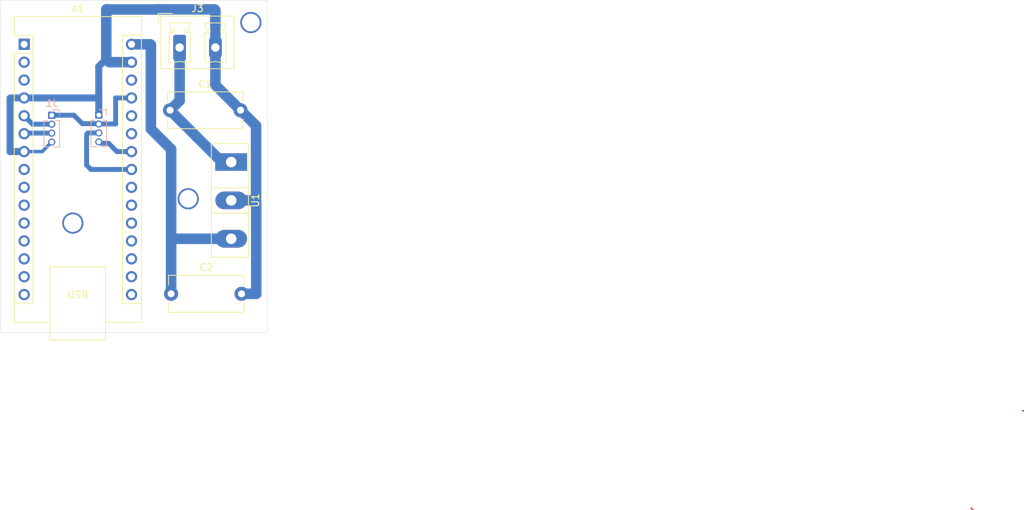
<source format=kicad_pcb>
(kicad_pcb (version 20240108) (generator "pcbnew") (generator_version "8.0")
  (layers (0 "F.Cu" signal) (31 "B.Cu" signal) (34 "B.Paste" user) (35 "F.Paste" user) (36 "B.SilkS" user "B.Silkscreen") (37 "F.SilkS" user "F.Silkscreen") (38 "B.Mask" user) (39 "F.Mask" user) (44 "Edge.Cuts" user))
  (net 0 "")
  (net 1 "D3")
  (net 5 "GND")
  (net 6 "5V")
  (net 13 "D2")
  (net 14 "Vin")
  (net 15 "A4")
  (net 16 "A5")
  (net 29 "Vgiriş")
  (footprint "Capacitor_THT:C_Disc_D10.5mm_W5.0mm_P10.00mm" (layer "F.Cu") (at 24.0918 15.663)
    (property "Reference" "C1" (at 5 -3.75 0) (layer "F.SilkS"))
    (property "Value" "C")
    (fp_line (start -0.37 -2.62) (end -0.37 -1.256) (stroke (width 0.12)) (layer "F.SilkS"))
    (fp_line (start -0.37 -2.62) (end 10.37 -2.62) (stroke (width 0.12)) (layer "F.SilkS"))
    (fp_line (start -0.37 1.256) (end -0.37 2.62) (stroke (width 0.12)) (layer "F.SilkS"))
    (fp_line (start -0.37 2.62) (end 10.37 2.62) (stroke (width 0.12)) (layer "F.SilkS"))
    (fp_line (start 10.37 -2.62) (end 10.37 -1.256) (stroke (width 0.12)) (layer "F.SilkS"))
    (fp_line (start 10.37 1.256) (end 10.37 2.62) (stroke (width 0.12)) (layer "F.SilkS"))
    (pad "1" thru_hole circle (at 0 0) (size 2 2) (drill 1) (layers "*.Cu" "*.Mask") (net 29 "Vgiriş"))
    (pad "2" thru_hole circle (at 10 0) (size 2 2) (drill 1) (layers "*.Cu" "*.Mask") (net 5 "GND"))
  )
  (footprint "Capacitor_THT:C_Disc_D10.5mm_W5.0mm_P10.00mm" (layer "F.Cu") (at 24.2404 41.7488)
    (property "Reference" "C2" (at 5 -3.75 360) (layer "F.SilkS"))
    (property "Value" "C")
    (fp_line (start -0.37 -2.62) (end -0.37 -1.256) (stroke (width 0.12)) (layer "F.SilkS"))
    (fp_line (start -0.37 -2.62) (end 10.37 -2.62) (stroke (width 0.12)) (layer "F.SilkS"))
    (fp_line (start -0.37 1.256) (end -0.37 2.62) (stroke (width 0.12)) (layer "F.SilkS"))
    (fp_line (start -0.37 2.62) (end 10.37 2.62) (stroke (width 0.12)) (layer "F.SilkS"))
    (fp_line (start 10.37 -2.62) (end 10.37 -1.256) (stroke (width 0.12)) (layer "F.SilkS"))
    (fp_line (start 10.37 1.256) (end 10.37 2.62) (stroke (width 0.12)) (layer "F.SilkS"))
    (pad "1" thru_hole circle (at 0 0) (size 2 2) (drill 1) (layers "*.Cu" "*.Mask") (net 14 "Vin"))
    (pad "2" thru_hole circle (at 10 0) (size 2 2) (drill 1) (layers "*.Cu" "*.Mask") (net 5 "GND"))
  )
  (footprint "Module:Arduino_Nano" (layer "F.Cu") (at 3.3782 6.2992)
    (property "Reference" "A1" (at 7.62 -5.08 0) (layer "F.SilkS"))
    (property "Value" "Arduino_Nano_v3.x")
    (fp_line (start -1.4 -3.94) (end -1.4 -1.27) (stroke (width 0.12)) (layer "F.SilkS"))
    (fp_line (start -1.4 1.27) (end -1.4 39.5) (stroke (width 0.12)) (layer "F.SilkS"))
    (fp_line (start -1.4 39.5) (end 3.68 39.5) (stroke (width 0.12)) (layer "F.SilkS"))
    (fp_line (start 1.27 -1.27) (end -1.4 -1.27) (stroke (width 0.12)) (layer "F.SilkS"))
    (fp_line (start 1.27 1.27) (end -1.4 1.27) (stroke (width 0.12)) (layer "F.SilkS"))
    (fp_line (start 1.27 1.27) (end 1.27 -1.27) (stroke (width 0.12)) (layer "F.SilkS"))
    (fp_line (start 1.27 1.27) (end 1.27 36.83) (stroke (width 0.12)) (layer "F.SilkS"))
    (fp_line (start 1.27 36.83) (end -1.4 36.83) (stroke (width 0.12)) (layer "F.SilkS"))
    (fp_line (start 3.68 31.62) (end 11.56 31.62) (stroke (width 0.12)) (layer "F.SilkS"))
    (fp_line (start 3.68 42.04) (end 3.68 31.62) (stroke (width 0.12)) (layer "F.SilkS"))
    (fp_line (start 11.56 31.62) (end 11.56 42.04) (stroke (width 0.12)) (layer "F.SilkS"))
    (fp_line (start 11.56 42.04) (end 3.68 42.04) (stroke (width 0.12)) (layer "F.SilkS"))
    (fp_line (start 13.97 -1.27) (end 13.97 36.83) (stroke (width 0.12)) (layer "F.SilkS"))
    (fp_line (start 13.97 -1.27) (end 16.64 -1.27) (stroke (width 0.12)) (layer "F.SilkS"))
    (fp_line (start 13.97 36.83) (end 16.64 36.83) (stroke (width 0.12)) (layer "F.SilkS"))
    (fp_line (start 16.64 -3.94) (end -1.4 -3.94) (stroke (width 0.12)) (layer "F.SilkS"))
    (fp_line (start 16.64 39.5) (end 11.56 39.5) (stroke (width 0.12)) (layer "F.SilkS"))
    (fp_line (start 16.64 39.5) (end 16.64 -3.94) (stroke (width 0.12)) (layer "F.SilkS"))
    (fp_text user "USB" (at 7.62 35.56 0) (layer "F.SilkS"))
    (pad "1" thru_hole rect (at 0 0) (size 1.6 1.6) (drill 1) (layers "*.Cu" "*.Mask"))
    (pad "2" thru_hole oval (at 0 2.54) (size 1.6 1.6) (drill 1) (layers "*.Cu" "*.Mask"))
    (pad "3" thru_hole oval (at 0 5.08) (size 1.6 1.6) (drill 1) (layers "*.Cu" "*.Mask"))
    (pad "4" thru_hole oval (at 0 7.62) (size 1.6 1.6) (drill 1) (layers "*.Cu" "*.Mask") (net 5 "GND"))
    (pad "5" thru_hole oval (at 0 10.16) (size 1.6 1.6) (drill 1) (layers "*.Cu" "*.Mask") (net 1 "D3"))
    (pad "6" thru_hole oval (at 0 12.7) (size 1.6 1.6) (drill 1) (layers "*.Cu" "*.Mask") (net 13 "D2"))
    (pad "7" thru_hole oval (at 0 15.24) (size 1.6 1.6) (drill 1) (layers "*.Cu" "*.Mask") (net 5 "GND"))
    (pad "8" thru_hole oval (at 0 17.78) (size 1.6 1.6) (drill 1) (layers "*.Cu" "*.Mask"))
    (pad "9" thru_hole oval (at 0 20.32) (size 1.6 1.6) (drill 1) (layers "*.Cu" "*.Mask"))
    (pad "10" thru_hole oval (at 0 22.86) (size 1.6 1.6) (drill 1) (layers "*.Cu" "*.Mask"))
    (pad "11" thru_hole oval (at 0 25.4) (size 1.6 1.6) (drill 1) (layers "*.Cu" "*.Mask"))
    (pad "12" thru_hole oval (at 0 27.94) (size 1.6 1.6) (drill 1) (layers "*.Cu" "*.Mask"))
    (pad "13" thru_hole oval (at 0 30.48) (size 1.6 1.6) (drill 1) (layers "*.Cu" "*.Mask"))
    (pad "14" thru_hole oval (at 0 33.02) (size 1.6 1.6) (drill 1) (layers "*.Cu" "*.Mask"))
    (pad "15" thru_hole oval (at 0 35.56) (size 1.6 1.6) (drill 1) (layers "*.Cu" "*.Mask"))
    (pad "16" thru_hole oval (at 15.24 35.56) (size 1.6 1.6) (drill 1) (layers "*.Cu" "*.Mask"))
    (pad "17" thru_hole oval (at 15.24 33.02) (size 1.6 1.6) (drill 1) (layers "*.Cu" "*.Mask"))
    (pad "18" thru_hole oval (at 15.24 30.48) (size 1.6 1.6) (drill 1) (layers "*.Cu" "*.Mask"))
    (pad "19" thru_hole oval (at 15.24 27.94) (size 1.6 1.6) (drill 1) (layers "*.Cu" "*.Mask"))
    (pad "20" thru_hole oval (at 15.24 25.4) (size 1.6 1.6) (drill 1) (layers "*.Cu" "*.Mask"))
    (pad "21" thru_hole oval (at 15.24 22.86) (size 1.6 1.6) (drill 1) (layers "*.Cu" "*.Mask"))
    (pad "22" thru_hole oval (at 15.24 20.32) (size 1.6 1.6) (drill 1) (layers "*.Cu" "*.Mask"))
    (pad "23" thru_hole oval (at 15.24 17.78) (size 1.6 1.6) (drill 1) (layers "*.Cu" "*.Mask") (net 15 "A4"))
    (pad "24" thru_hole oval (at 15.24 15.24) (size 1.6 1.6) (drill 1) (layers "*.Cu" "*.Mask") (net 16 "A5"))
    (pad "25" thru_hole oval (at 15.24 12.7) (size 1.6 1.6) (drill 1) (layers "*.Cu" "*.Mask"))
    (pad "26" thru_hole oval (at 15.24 10.16) (size 1.6 1.6) (drill 1) (layers "*.Cu" "*.Mask"))
    (pad "27" thru_hole oval (at 15.24 7.62) (size 1.6 1.6) (drill 1) (layers "*.Cu" "*.Mask") (net 6 "5V"))
    (pad "28" thru_hole oval (at 15.24 5.08) (size 1.6 1.6) (drill 1) (layers "*.Cu" "*.Mask"))
    (pad "29" thru_hole oval (at 15.24 2.54) (size 1.6 1.6) (drill 1) (layers "*.Cu" "*.Mask") (net 5 "GND"))
    (pad "30" thru_hole oval (at 15.24 0) (size 1.6 1.6) (drill 1) (layers "*.Cu" "*.Mask") (net 14 "Vin"))
  )
  (footprint "Connector_Phoenix_MC_HighVoltage:PhoenixContact_MCV_1,5_2-G-5.08_1x02_P5.08mm_Vertical" (layer "F.Cu") (at 25.4479 6.7535)
    (property "Reference" "J3" (at 2.54 -5.55 0) (layer "F.SilkS"))
    (property "Value" "Screw_Terminal_01x02")
    (fp_line (start -3.04 -4.85) (end -1.04 -4.85) (stroke (width 0.12)) (layer "F.SilkS"))
    (fp_line (start -3.04 -3.6) (end -3.04 -4.85) (stroke (width 0.12)) (layer "F.SilkS"))
    (fp_line (start -2.65 -4.46) (end -2.65 3.01) (stroke (width 0.12)) (layer "F.SilkS"))
    (fp_line (start -2.65 3.01) (end 7.73 3.01) (stroke (width 0.12)) (layer "F.SilkS"))
    (fp_line (start -1.5 -3.5) (end 1.5 -3.5) (stroke (width 0.12)) (layer "F.SilkS"))
    (fp_line (start -1.5 -2.15) (end -0.75 -2.15) (stroke (width 0.12)) (layer "F.SilkS"))
    (fp_line (start -1.5 2.15) (end -1.5 -2.15) (stroke (width 0.12)) (layer "F.SilkS"))
    (fp_line (start -1.25 -2.5) (end -1.5 -3.5) (stroke (width 0.12)) (layer "F.SilkS"))
    (fp_line (start -0.75 -2.5) (end -1.25 -2.5) (stroke (width 0.12)) (layer "F.SilkS"))
    (fp_line (start -0.75 -2.15) (end -0.75 -2.5) (stroke (width 0.12)) (layer "F.SilkS"))
    (fp_line (start -0.75 2.15) (end -1.5 2.15) (stroke (width 0.12)) (layer "F.SilkS"))
    (fp_line (start 0.75 -2.5) (end 0.75 -2.15) (stroke (width 0.12)) (layer "F.SilkS"))
    (fp_line (start 0.75 -2.15) (end 1.5 -2.15) (stroke (width 0.12)) (layer "F.SilkS"))
    (fp_line (start 1.25 -2.5) (end 0.75 -2.5) (stroke (width 0.12)) (layer "F.SilkS"))
    (fp_line (start 1.5 -3.5) (end 1.25 -2.5) (stroke (width 0.12)) (layer "F.SilkS"))
    (fp_line (start 1.5 -2.15) (end 1.5 2.15) (stroke (width 0.12)) (layer "F.SilkS"))
    (fp_line (start 1.5 2.15) (end 0.75 2.15) (stroke (width 0.12)) (layer "F.SilkS"))
    (fp_line (start 3.58 -3.5) (end 6.58 -3.5) (stroke (width 0.12)) (layer "F.SilkS"))
    (fp_line (start 3.58 -2.15) (end 4.33 -2.15) (stroke (width 0.12)) (layer "F.SilkS"))
    (fp_line (start 3.58 2.15) (end 3.58 -2.15) (stroke (width 0.12)) (layer "F.SilkS"))
    (fp_line (start 3.83 -2.5) (end 3.58 -3.5) (stroke (width 0.12)) (layer "F.SilkS"))
    (fp_line (start 4.33 -2.5) (end 3.83 -2.5) (stroke (width 0.12)) (layer "F.SilkS"))
    (fp_line (start 4.33 -2.15) (end 4.33 -2.5) (stroke (width 0.12)) (layer "F.SilkS"))
    (fp_line (start 4.33 2.15) (end 3.58 2.15) (stroke (width 0.12)) (layer "F.SilkS"))
    (fp_line (start 5.83 -2.5) (end 5.83 -2.15) (stroke (width 0.12)) (layer "F.SilkS"))
    (fp_line (start 5.83 -2.15) (end 6.58 -2.15) (stroke (width 0.12)) (layer "F.SilkS"))
    (fp_line (start 6.33 -2.5) (end 5.83 -2.5) (stroke (width 0.12)) (layer "F.SilkS"))
    (fp_line (start 6.58 -3.5) (end 6.33 -2.5) (stroke (width 0.12)) (layer "F.SilkS"))
    (fp_line (start 6.58 -2.15) (end 6.58 2.15) (stroke (width 0.12)) (layer "F.SilkS"))
    (fp_line (start 6.58 2.15) (end 5.83 2.15) (stroke (width 0.12)) (layer "F.SilkS"))
    (fp_line (start 7.73 -4.46) (end -2.65 -4.46) (stroke (width 0.12)) (layer "F.SilkS"))
    (fp_line (start 7.73 3.01) (end 7.73 -4.46) (stroke (width 0.12)) (layer "F.SilkS"))
    (fp_arc (start -0.75 2.15) (mid -0.000193 1.99191) (end 0.749647 2.149844) (stroke (width 0.12)) (layer "F.SilkS"))
    (fp_arc (start 4.33 2.15) (mid 5.079807 1.99191) (end 5.829647 2.149844) (stroke (width 0.12)) (layer "F.SilkS"))
    (pad "1" thru_hole roundrect (at 0 0) (size 1.8 3.6) (drill 1.2) (layers "*.Cu" "*.Mask") (roundrect_rratio 0.138889) (net 29 "Vgiriş"))
    (pad "2" thru_hole oval (at 5.08 0) (size 1.8 3.6) (drill 1.2) (layers "*.Cu" "*.Mask") (net 5 "GND"))
  )
  (footprint "Package_TO_SOT_THT:TO-247-3_Vertical" (layer "F.Cu") (at 32.771 23.029 -90)
    (property "Reference" "U1" (at 5.45 -3.45 90) (layer "F.SilkS"))
    (property "Value" "LM7805_TO220")
    (fp_line (start -2.62 2.82) (end 13.52 2.82) (stroke (width 0.12)) (layer "F.SilkS"))
    (fp_line (start -2.62 -2.451) (end -2.62 2.82) (stroke (width 0.12)) (layer "F.SilkS"))
    (fp_line (start -2.62 -2.451) (end 13.52 -2.451) (stroke (width 0.12)) (layer "F.SilkS"))
    (fp_line (start 3.646 -2.451) (end 3.646 2.82) (stroke (width 0.12)) (layer "F.SilkS"))
    (fp_line (start 7.255 -2.451) (end 7.255 2.82) (stroke (width 0.12)) (layer "F.SilkS"))
    (fp_line (start 13.52 -2.451) (end 13.52 2.82) (stroke (width 0.12)) (layer "F.SilkS"))
    (pad "1" thru_hole rect (at 0 0 270) (size 2.5 4.5) (drill 1.5) (layers "*.Cu" "*.Mask") (net 29 "Vgiriş"))
    (pad "2" thru_hole oval (at 5.45 0 270) (size 2.5 4.5) (drill 1.5) (layers "*.Cu" "*.Mask") (net 5 "GND"))
    (pad "3" thru_hole oval (at 10.9 0 270) (size 2.5 4.5) (drill 1.5) (layers "*.Cu" "*.Mask") (net 14 "Vin"))
  )
  (footprint "Connector_PinHeader_1.27mm:PinHeader_1x04_P1.27mm_Vertical" (layer "B.Cu") (at 13.975 16.3488 180)
    (property "Reference" "J2" (hide yes))
    (property "Value" "Conn_01x04_Socket" (hide yes))
    (fp_line (start 1.11 -0.76) (end 0.563471 -0.76) (stroke (width 0.12)) (layer "B.SilkS"))
    (fp_line (start 1.11 -4.505) (end 1.11 -0.76) (stroke (width 0.12)) (layer "B.SilkS"))
    (fp_line (start 1.11 -4.505) (end 0.30753 -4.505) (stroke (width 0.12)) (layer "B.SilkS"))
    (fp_line (start 0 0.76) (end -1.11 0.76) (stroke (width 0.12)) (layer "B.SilkS"))
    (fp_line (start -0.30753 -4.505) (end -1.11 -4.505) (stroke (width 0.12)) (layer "B.SilkS"))
    (fp_line (start -0.563471 -0.76) (end -1.11 -0.76) (stroke (width 0.12)) (layer "B.SilkS"))
    (fp_line (start -1.11 0.76) (end -1.11 0) (stroke (width 0.12)) (layer "B.SilkS"))
    (fp_line (start -1.11 -4.505) (end -1.11 -0.76) (stroke (width 0.12)) (layer "B.SilkS"))
    (pad "1" thru_hole rect (at 0 0 180) (size 1 1) (drill 0.65) (layers "*.Cu" "*.Mask") (net 5 "GND"))
    (pad "2" thru_hole oval (at 0 -1.27 180) (size 1 1) (drill 0.65) (layers "*.Cu" "*.Mask") (net 6 "5V"))
    (pad "3" thru_hole oval (at 0 -2.54 180) (size 1 1) (drill 0.65) (layers "*.Cu" "*.Mask") (net 15 "A4"))
    (pad "4" thru_hole oval (at 0 -3.81 180) (size 1 1) (drill 0.65) (layers "*.Cu" "*.Mask") (net 16 "A5"))
  )
  (footprint "Connector_PinHeader_1.27mm:PinHeader_1x04_P1.27mm_Vertical" (layer "B.Cu") (at 7.2948 16.3742 180)
    (property "Reference" "J1" (at 0 1.695 180) (layer "B.SilkS") (effects (justify mirror)))
    (property "Value" "Conn_01x04_Socket" (hide yes))
    (fp_line (start 1.11 -0.76) (end 0.563471 -0.76) (stroke (width 0.12)) (layer "B.SilkS"))
    (fp_line (start 1.11 -4.505) (end 1.11 -0.76) (stroke (width 0.12)) (layer "B.SilkS"))
    (fp_line (start 1.11 -4.505) (end 0.30753 -4.505) (stroke (width 0.12)) (layer "B.SilkS"))
    (fp_line (start 0 0.76) (end -1.11 0.76) (stroke (width 0.12)) (layer "B.SilkS"))
    (fp_line (start -0.30753 -4.505) (end -1.11 -4.505) (stroke (width 0.12)) (layer "B.SilkS"))
    (fp_line (start -0.563471 -0.76) (end -1.11 -0.76) (stroke (width 0.12)) (layer "B.SilkS"))
    (fp_line (start -1.11 0.76) (end -1.11 0) (stroke (width 0.12)) (layer "B.SilkS"))
    (fp_line (start -1.11 -4.505) (end -1.11 -0.76) (stroke (width 0.12)) (layer "B.SilkS"))
    (pad "1" thru_hole rect (at 0 0 180) (size 1 1) (drill 0.65) (layers "*.Cu" "*.Mask") (net 6 "5V"))
    (pad "2" thru_hole oval (at 0 -1.27 180) (size 1 1) (drill 0.65) (layers "*.Cu" "*.Mask") (net 1 "D3"))
    (pad "3" thru_hole oval (at 0 -2.54 180) (size 1 1) (drill 0.65) (layers "*.Cu" "*.Mask") (net 13 "D2"))
    (pad "4" thru_hole oval (at 0 -3.81 180) (size 1 1) (drill 0.65) (layers "*.Cu" "*.Mask") (net 5 "GND"))
  )
  (gr_rect (start -0.0254 0.0254) (end 37.9222 47.244) (stroke (width 0.05)) (fill none) (layer "Edge.Cuts"))
  (via (at 10.287 31.6992) (size 3) (drill 2.5) (layers "F.Cu" "B.Cu") (net 0))
  (via (at 35.56 3.2004) (size 0.6) (drill 0.3) (layers "F.Cu" "B.Cu") (net 0))
  (via (at 35.56 3.2004) (size 0.6) (drill 0.3) (layers "F.Cu" "B.Cu") (net 0))
  (via (at 26.67 28.2448) (size 3) (drill 2.5) (layers "F.Cu" "B.Cu") (net 0))
  (via (at 35.56 3.2004) (size 3) (drill 2.5) (layers "F.Cu" "B.Cu") (net 0))
  (segment (start 4.5632 17.6442) (end 3.3782 16.4592) (width 0.7) (layer "B.Cu") (net 1))
  (segment (start 7.2948 17.6442) (end 4.5632 17.6442) (width 0.7) (layer "B.Cu") (net 1))
  (segment (start 1.4986 13.9192) (end 3.3782 13.9192) (width 1) (layer "B.Cu") (net 5))
  (segment (start 5.9398 21.5392) (end 2.9972 21.5392) (width 0.5) (layer "B.Cu") (net 5))
  (segment (start 15.0368 8.382) (end 15.0368 1.3462) (width 1.5) (layer "B.Cu") (net 5))
  (segment (start 23.9826 1.3628) (end 22.5552 1.3628) (width 0.2) (layer "B.Cu") (net 5))
  (segment (start 13.5382 13.9192) (end 13.8088 14.1898) (width 0.2) (layer "B.Cu") (net 5))
  (segment (start 30.5279 1.4565) (end 30.5279 6.7535) (width 1.5) (layer "B.Cu") (net 5))
  (segment (start 7.2948 20.1842) (end 5.9398 21.5392) (width 0.5) (layer "B.Cu") (net 5))
  (segment (start 18.6182 8.8392) (end 15.494 8.8392) (width 1.5) (layer "B.Cu") (net 5))
  (segment (start 36.2 17.7712) (end 36.3016 17.8728) (width 1) (layer "B.Cu") (net 5))
  (segment (start 30.5279 6.7535) (end 30.5279 12.0991) (width 1.5) (layer "B.Cu") (net 5))
  (segment (start 13.97 9.4488) (end 13.97 14.1848) (width 1) (layer "B.Cu") (net 5))
  (segment (start 15.0368 8.382) (end 13.97 9.4488) (width 1) (layer "B.Cu") (net 5))
  (segment (start 1.4732 13.9446) (end 1.4986 13.9192) (width 0.2) (layer "B.Cu") (net 5))
  (segment (start 36.2 28.7948) (end 35.8842 28.479) (width 0.2) (layer "B.Cu") (net 5))
  (segment (start 3.3782 13.9192) (end 13.5382 13.9192) (width 1) (layer "B.Cu") (net 5))
  (segment (start 34.0918 15.663) (end 36.2 17.7712) (width 1.5) (layer "B.Cu") (net 5))
  (segment (start 22.5552 1.3628) (end 22.0522 1.3628) (width 0.2) (layer "B.Cu") (net 5))
  (segment (start 35.8842 28.479) (end 32.771 28.479) (width 1.5) (layer "B.Cu") (net 5))
  (segment (start 22.0268 1.3374) (end 30.4088 1.3374) (width 1.5) (layer "B.Cu") (net 5))
  (segment (start 36.3016 28.6932) (end 36.2 28.7948) (width 1) (layer "B.Cu") (net 5))
  (segment (start 13.8088 14.1898) (end 13.975 14.1898) (width 0.2) (layer "B.Cu") (net 5))
  (segment (start 36.2906 28.479) (end 36.5302 28.7186) (width 0.2) (layer "B.Cu") (net 5))
  (segment (start 1.3716 13.9446) (end 1.4732 13.9446) (width 0.2) (layer "B.Cu") (net 5))
  (segment (start 1.3716 21.5392) (end 1.3716 13.9446) (width 1) (layer "B.Cu") (net 5))
  (segment (start 32.771 28.479) (end 36.2906 28.479) (width 0.2) (layer "B.Cu") (net 5))
  (segment (start 36.327 41.7488) (end 34.2404 41.7488) (width 1.5) (layer "B.Cu") (net 5))
  (segment (start 36.327 28.9218) (end 36.327 41.7488) (width 1.5) (layer "B.Cu") (net 5))
  (segment (start 13.97 14.1848) (end 13.975 14.1898) (width 1) (layer "B.Cu") (net 5))
  (segment (start 15.0368 1.3462) (end 22.5386 1.3462) (width 1.5) (layer "B.Cu") (net 5))
  (segment (start 15.494 8.8392) (end 15.0368 8.382) (width 1.5) (layer "B.Cu") (net 5))
  (segment (start 36.5302 28.7186) (end 36.327 28.9218) (width 0.2) (layer "B.Cu") (net 5))
  (segment (start 22.0522 1.3628) (end 22.0268 1.3374) (width 0.2) (layer "B.Cu") (net 5))
  (segment (start 36.3016 17.8728) (end 36.3016 28.6932) (width 1.5) (layer "B.Cu") (net 5))
  (segment (start 30.4088 1.3374) (end 30.5279 1.4565) (width 0.2) (layer "B.Cu") (net 5))
  (segment (start 30.5279 12.0991) (end 34.0918 15.663) (width 1.5) (layer "B.Cu") (net 5))
  (segment (start 2.9972 21.5392) (end 1.3716 21.5392) (width 1) (layer "B.Cu") (net 5))
  (segment (start 22.5386 1.3462) (end 22.5552 1.3628) (width 0.5) (layer "B.Cu") (net 5))
  (segment (start 13.975 16.3488) (end 13.975 14.1898) (width 1) (layer "B.Cu") (net 5))
  (segment (start 10.4444 16.3742) (end 11.6382 17.568) (width 0.7) (layer "B.Cu") (net 6))
  (segment (start 16.3626 13.9192) (end 16.3626 17.6188) (width 0.7) (layer "B.Cu") (net 6))
  (segment (start 18.6182 13.9192) (end 16.3626 13.9192) (width 0.7) (layer "B.Cu") (net 6))
  (segment (start 16.3626 17.6188) (end 13.975 17.6188) (width 0.7) (layer "B.Cu") (net 6))
  (segment (start 7.2948 16.3742) (end 10.4444 16.3742) (width 0.7) (layer "B.Cu") (net 6))
  (segment (start 11.6382 17.568) (end 13.9242 17.568) (width 0.7) (layer "B.Cu") (net 6))
  (segment (start 13.9242 17.568) (end 13.975 17.6188) (width 0.2) (layer "B.Cu") (net 6))
  (segment (start 3.4632 18.9142) (end 3.3782 18.9992) (width 0.2) (layer "B.Cu") (net 13))
  (segment (start 7.2948 18.9142) (end 3.4632 18.9142) (width 0.7) (layer "B.Cu") (net 13))
  (segment (start 145.1494 58.3438) (end 145.2168 58.4112) (width 0.2) (layer "F.Cu") (net 14))
  (segment (start 21.3664 6.3666) (end 21.3664 18.3262) (width 1.5) (layer "B.Cu") (net 14))
  (segment (start 24.2404 34.633) (end 24.9444 33.929) (width 1) (layer "B.Cu") (net 14))
  (segment (start 24.9444 33.929) (end 32.771 33.929) (width 1.5) (layer "B.Cu") (net 14))
  (segment (start 24.2404 41.7488) (end 24.2404 34.633) (width 1) (layer "B.Cu") (net 14))
  (segment (start 21.3664 18.3262) (end 24.2404 21.2002) (width 1.5) (layer "B.Cu") (net 14))
  (segment (start 24.2404 21.2002) (end 24.2404 41.7488) (width 1.5) (layer "B.Cu") (net 14))
  (segment (start 18.6182 6.2992) (end 21.299 6.2992) (width 1.5) (layer "B.Cu") (net 14))
  (segment (start 12.8524 24.0792) (end 18.6182 24.0792) (width 0.7) (layer "B.Cu") (net 15))
  (segment (start 12.2428 19.1008) (end 12.2428 23.4696) (width 0.7) (layer "B.Cu") (net 15))
  (segment (start 12.2428 23.4696) (end 12.8524 24.0792) (width 0.7) (layer "B.Cu") (net 15))
  (segment (start 13.975 18.8888) (end 12.404 18.8888) (width 0.7) (layer "B.Cu") (net 15))
  (segment (start 12.404 18.8888) (end 12.2174 19.0754) (width 0.5) (layer "B.Cu") (net 15))
  (segment (start 12.2174 19.0754) (end 12.2428 19.1008) (width 0.2) (layer "B.Cu") (net 15))
  (segment (start 137.8254 72.2034) (end 138.0286 72.4066) (width 0.2) (layer "F.Cu") (net 16))
  (segment (start 14.1782 20.362) (end 15.3582 20.362) (width 0.7) (layer "B.Cu") (net 16))
  (segment (start 15.3582 20.362) (end 16.5354 21.5392) (width 0.7) (layer "B.Cu") (net 16))
  (segment (start 16.5354 21.5392) (end 18.6182 21.5392) (width 0.7) (layer "B.Cu") (net 16))
  (segment (start 24.0918 15.663) (end 31.4578 23.029) (width 1.5) (layer "B.Cu") (net 29))
  (segment (start 31.4578 23.029) (end 32.771 23.029) (width 0.2) (layer "B.Cu") (net 29))
  (segment (start 25.4479 6.7535) (end 25.4479 14.3069) (width 1.5) (layer "B.Cu") (net 29))
  (segment (start 25.4479 14.3069) (end 24.0918 15.663) (width 1.5) (layer "B.Cu") (net 29))
)
</source>
